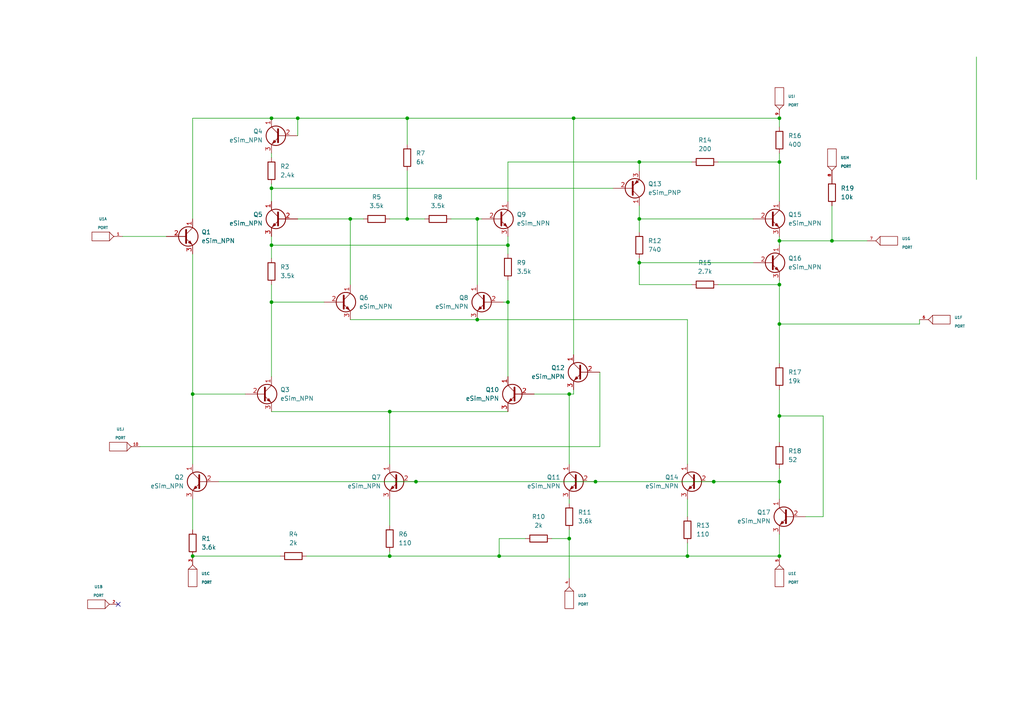
<source format=kicad_sch>
(kicad_sch (version 20211123) (generator eeschema)
  (paper "A4")
  (lib_symbols
    (symbol "eSim_Devices:eSim_NPN" (pin_names (offset 0) hide)
      (property "Reference" "Q" (at -2.54 1.27 0))
      (property "Value" "eSim_NPN" (at -1.27 3.81 0))
      (symbol "eSim_NPN_0_1"
        (polyline (pts (xy 0.635 0.635) (xy 2.54 2.54)))
        (polyline (pts (xy 0.635 -0.635) (xy 2.54 -2.54) (xy 2.54 -2.54)))
        (polyline (pts (xy 0.635 1.905) (xy 0.635 -1.905) (xy 0.635 -1.905)) (stroke (width 0.508)))
        (polyline (pts (xy 1.27 -1.778) (xy 1.778 -1.27) (xy 2.286 -2.286) (xy 1.27 -1.778) (xy 1.27 -1.778)) (fill (type outline)))
        (circle (center 1.27 0) (radius 2.8194) (stroke (width 0.254)))
      )
      (symbol "eSim_NPN_1_1"
        (pin passive line (at 2.54 5.08 270) (length 2.54) (name "C") (number "1"))
        (pin passive line (at -5.08 0 0) (length 5.715) (name "B") (number "2"))
        (pin passive line (at 2.54 -5.08 90) (length 2.54) (name "E") (number "3"))
      )
    )
    (symbol "eSim_Devices:eSim_PNP" (pin_names (offset 0) hide)
      (property "Reference" "Q" (at -2.54 1.27 0))
      (property "Value" "eSim_PNP" (at -1.27 3.81 0))
      (symbol "eSim_PNP_0_1"
        (polyline (pts (xy 0.635 0.635) (xy 2.54 2.54)))
        (polyline (pts (xy 0.635 -0.635) (xy 2.54 -2.54) (xy 2.54 -2.54)))
        (polyline (pts (xy 0.635 1.905) (xy 0.635 -1.905) (xy 0.635 -1.905)) (stroke (width 0.508)))
        (polyline (pts (xy 2.286 -1.778) (xy 1.778 -2.286) (xy 1.27 -1.27) (xy 2.286 -1.778) (xy 2.286 -1.778)) (fill (type outline)))
        (circle (center 1.27 0) (radius 2.8194) (stroke (width 0.254)))
      )
      (symbol "eSim_PNP_1_1"
        (pin passive line (at 2.54 5.08 270) (length 2.54) (name "C") (number "1"))
        (pin passive line (at -5.08 0 0) (length 5.715) (name "B") (number "2"))
        (pin passive line (at 2.54 -5.08 90) (length 2.54) (name "E") (number "3"))
      )
    )
    (symbol "eSim_Devices:resistor" (pin_numbers hide) (pin_names (offset 0))
      (property "Reference" "R" (at 1.27 3.302 0))
      (property "Value" "resistor" (at 1.27 -1.27 0))
      (symbol "resistor_0_1"
        (rectangle (start 3.81 0.254) (end -1.27 2.286) (stroke (width 0.254)))
      )
      (symbol "resistor_1_1"
        (pin passive line (at -2.54 1.27 0) (length 1.27) (name "~") (number "1"))
        (pin passive line (at 5.08 1.27 180) (length 1.27) (name "~") (number "2"))
      )
    )
    (symbol "eSim_Miscellaneous:PORT" (pin_names (offset 1.016))
      (property "Reference" "U" (at 1.27 2.54 0))
      (property "Value" "PORT" (at 0 0 0))
      (symbol "PORT_0_1"
        (rectangle (start -2.54 1.27) (end 2.54 -1.27))
        (arc (start 2.54 1.27) (mid 3.1355 0.5955) (end 3.81 0))
        (arc (start 3.81 0) (mid 3.1447 -0.6046) (end 2.54 -1.27))
      )
      (symbol "PORT_1_1"
        (pin bidirectional line (at 6.35 0 180) (length 2.54) (name "~") (number "1"))
      )
      (symbol "PORT_2_1"
        (pin bidirectional line (at 6.35 0 180) (length 2.54) (name "~") (number "2"))
      )
      (symbol "PORT_3_1"
        (pin bidirectional line (at 6.35 0 180) (length 2.54) (name "~") (number "3"))
      )
      (symbol "PORT_4_1"
        (pin bidirectional line (at 6.35 0 180) (length 2.54) (name "~") (number "4"))
      )
      (symbol "PORT_5_1"
        (pin bidirectional line (at 6.35 0 180) (length 2.54) (name "~") (number "5"))
      )
      (symbol "PORT_6_1"
        (pin bidirectional line (at 6.35 0 180) (length 2.54) (name "~") (number "6"))
      )
      (symbol "PORT_7_1"
        (pin bidirectional line (at 6.35 0 180) (length 2.54) (name "~") (number "7"))
      )
      (symbol "PORT_8_1"
        (pin bidirectional line (at 6.35 0 180) (length 2.54) (name "~") (number "8"))
      )
      (symbol "PORT_9_1"
        (pin bidirectional line (at 6.35 0 180) (length 2.54) (name "~") (number "9"))
      )
      (symbol "PORT_10_1"
        (pin bidirectional line (at 6.35 0 180) (length 2.54) (name "~") (number "10"))
      )
      (symbol "PORT_11_1"
        (pin bidirectional line (at 6.35 0 180) (length 2.54) (name "~") (number "11"))
      )
      (symbol "PORT_12_1"
        (pin bidirectional line (at 6.35 0 180) (length 2.54) (name "~") (number "12"))
      )
      (symbol "PORT_13_1"
        (pin bidirectional line (at 6.35 0 180) (length 2.54) (name "~") (number "13"))
      )
      (symbol "PORT_14_1"
        (pin bidirectional line (at 6.35 0 180) (length 2.54) (name "~") (number "14"))
      )
      (symbol "PORT_15_1"
        (pin bidirectional line (at 6.35 0 180) (length 2.54) (name "~") (number "15"))
      )
      (symbol "PORT_16_1"
        (pin bidirectional line (at 6.35 0 180) (length 2.54) (name "~") (number "16"))
      )
      (symbol "PORT_17_1"
        (pin bidirectional line (at 6.35 0 180) (length 2.54) (name "~") (number "17"))
      )
      (symbol "PORT_18_1"
        (pin bidirectional line (at 6.35 0 180) (length 2.54) (name "~") (number "18"))
      )
      (symbol "PORT_19_1"
        (pin bidirectional line (at 6.35 0 180) (length 2.54) (name "~") (number "19"))
      )
      (symbol "PORT_20_1"
        (pin bidirectional line (at 6.35 0 180) (length 2.54) (name "~") (number "20"))
      )
      (symbol "PORT_21_1"
        (pin bidirectional line (at 6.35 0 180) (length 2.54) (name "~") (number "21"))
      )
      (symbol "PORT_22_1"
        (pin bidirectional line (at 6.35 0 180) (length 2.54) (name "~") (number "22"))
      )
      (symbol "PORT_23_1"
        (pin bidirectional line (at 6.35 0 180) (length 2.54) (name "~") (number "23"))
      )
      (symbol "PORT_24_1"
        (pin bidirectional line (at 6.35 0 180) (length 2.54) (name "~") (number "24"))
      )
      (symbol "PORT_25_1"
        (pin bidirectional line (at 6.35 0 180) (length 2.54) (name "~") (number "25"))
      )
      (symbol "PORT_26_1"
        (pin bidirectional line (at 6.35 0 180) (length 2.54) (name "~") (number "26"))
      )
    )
  )
  (junction (at 78.74 71.12))
  (junction (at 78.74 87.63))
  (junction (at 113.03 119.38))
  (junction (at 55.88 114.3))
  (junction (at 241.3 69.85))
  (junction (at 226.06 46.99))
  (junction (at 226.06 93.98))
  (junction (at 165.1 114.3))
  (junction (at 138.43 63.5))
  (junction (at 147.32 87.63))
  (junction (at 226.06 82.55))
  (junction (at 86.36 34.29))
  (junction (at 78.74 34.29))
  (junction (at 199.39 161.29))
  (junction (at 226.06 69.85))
  (junction (at 226.06 120.65))
  (junction (at 185.42 46.99))
  (junction (at 138.43 92.71))
  (junction (at 144.78 161.29))
  (junction (at 226.06 161.29))
  (junction (at 185.42 76.2))
  (junction (at 165.1 156.21))
  (junction (at 113.03 161.29))
  (junction (at 147.32 71.12))
  (junction (at 118.11 63.5))
  (junction (at 226.06 34.29))
  (junction (at 78.74 54.61))
  (junction (at 55.88 161.29))
  (junction (at 120.65 139.7))
  (junction (at 101.6 63.5))
  (junction (at 207.01 139.7))
  (junction (at 185.42 63.5))
  (junction (at 166.37 34.29))
  (junction (at 172.72 139.7))
  (junction (at 118.11 34.29))
  (junction (at 226.06 139.7))
  (no_connect (at 34.29 175.26))
  (wire (pts (xy 166.37 34.29) (xy 226.06 34.29)))
  (wire (pts (xy 78.74 68.58) (xy 78.74 71.12)))
  (wire (pts (xy 101.6 92.71) (xy 138.43 92.71)))
  (wire (pts (xy 166.37 102.87) (xy 166.37 34.29)))
  (wire (pts (xy 144.78 156.21) (xy 144.78 161.29)))
  (wire (pts (xy 139.7 63.5) (xy 138.43 63.5)))
  (wire (pts (xy 207.01 139.7) (xy 226.06 139.7)))
  (wire (pts (xy 185.42 74.93) (xy 185.42 76.2)))
  (wire (pts (xy 185.42 82.55) (xy 200.66 82.55)))
  (wire (pts (xy 218.44 63.5) (xy 185.42 63.5)))
  (wire (pts (xy 113.03 119.38) (xy 78.74 119.38)))
  (wire (pts (xy 165.1 134.62) (xy 165.1 114.3)))
  (wire (pts (xy 78.74 53.34) (xy 78.74 54.61)))
  (wire (pts (xy 152.4 156.21) (xy 144.78 156.21)))
  (wire (pts (xy 147.32 68.58) (xy 147.32 71.12)))
  (wire (pts (xy 226.06 161.29) (xy 199.39 161.29)))
  (wire (pts (xy 86.36 39.37) (xy 86.36 34.29)))
  (wire (pts (xy 78.74 54.61) (xy 177.8 54.61)))
  (wire (pts (xy 165.1 114.3) (xy 166.37 114.3)))
  (wire (pts (xy 138.43 82.55) (xy 138.43 63.5)))
  (wire (pts (xy 233.68 149.86) (xy 238.76 149.86)))
  (wire (pts (xy 154.94 114.3) (xy 165.1 114.3)))
  (wire (pts (xy 241.3 69.85) (xy 251.46 69.85)))
  (wire (pts (xy 199.39 144.78) (xy 199.39 149.86)))
  (wire (pts (xy 185.42 46.99) (xy 200.66 46.99)))
  (wire (pts (xy 147.32 71.12) (xy 147.32 73.66)))
  (wire (pts (xy 113.03 63.5) (xy 118.11 63.5)))
  (wire (pts (xy 241.3 59.69) (xy 241.3 69.85)))
  (wire (pts (xy 144.78 161.29) (xy 113.03 161.29)))
  (wire (pts (xy 266.7 92.71) (xy 266.7 93.98)))
  (wire (pts (xy 63.5 139.7) (xy 120.65 139.7)))
  (wire (pts (xy 118.11 41.91) (xy 118.11 34.29)))
  (wire (pts (xy 78.74 54.61) (xy 78.74 58.42)))
  (wire (pts (xy 166.37 113.03) (xy 166.37 114.3)))
  (wire (pts (xy 55.88 34.29) (xy 78.74 34.29)))
  (wire (pts (xy 147.32 87.63) (xy 146.05 87.63)))
  (wire (pts (xy 78.74 71.12) (xy 78.74 74.93)))
  (wire (pts (xy 101.6 63.5) (xy 101.6 82.55)))
  (wire (pts (xy 160.02 156.21) (xy 165.1 156.21)))
  (wire (pts (xy 78.74 44.45) (xy 78.74 45.72)))
  (wire (pts (xy 226.06 81.28) (xy 226.06 82.55)))
  (wire (pts (xy 226.06 69.85) (xy 241.3 69.85)))
  (wire (pts (xy 226.06 120.65) (xy 226.06 128.27)))
  (wire (pts (xy 113.03 119.38) (xy 113.03 134.62)))
  (wire (pts (xy 113.03 160.02) (xy 113.03 161.29)))
  (wire (pts (xy 226.06 93.98) (xy 266.7 93.98)))
  (wire (pts (xy 93.98 87.63) (xy 78.74 87.63)))
  (wire (pts (xy 185.42 49.53) (xy 185.42 46.99)))
  (wire (pts (xy 173.99 107.95) (xy 173.99 129.54)))
  (wire (pts (xy 86.36 63.5) (xy 101.6 63.5)))
  (wire (pts (xy 147.32 81.28) (xy 147.32 87.63)))
  (wire (pts (xy 185.42 63.5) (xy 185.42 59.69)))
  (wire (pts (xy 147.32 119.38) (xy 113.03 119.38)))
  (wire (pts (xy 238.76 149.86) (xy 238.76 120.65)))
  (wire (pts (xy 55.88 63.5) (xy 55.88 34.29)))
  (wire (pts (xy 165.1 153.67) (xy 165.1 156.21)))
  (wire (pts (xy 226.06 154.94) (xy 226.06 161.29)))
  (wire (pts (xy 147.32 87.63) (xy 147.32 109.22)))
  (wire (pts (xy 113.03 144.78) (xy 113.03 152.4)))
  (wire (pts (xy 172.72 139.7) (xy 207.01 139.7)))
  (wire (pts (xy 226.06 36.83) (xy 226.06 34.29)))
  (wire (pts (xy 199.39 134.62) (xy 199.39 92.71)))
  (wire (pts (xy 55.88 114.3) (xy 55.88 134.62)))
  (wire (pts (xy 118.11 34.29) (xy 86.36 34.29)))
  (wire (pts (xy 165.1 156.21) (xy 165.1 167.64)))
  (wire (pts (xy 283.21 52.07) (xy 283.21 16.51)))
  (wire (pts (xy 226.06 144.78) (xy 226.06 139.7)))
  (wire (pts (xy 226.06 69.85) (xy 226.06 71.12)))
  (wire (pts (xy 55.88 114.3) (xy 71.12 114.3)))
  (wire (pts (xy 86.36 34.29) (xy 78.74 34.29)))
  (wire (pts (xy 226.06 93.98) (xy 226.06 82.55)))
  (wire (pts (xy 78.74 87.63) (xy 78.74 109.22)))
  (wire (pts (xy 166.37 34.29) (xy 118.11 34.29)))
  (wire (pts (xy 185.42 63.5) (xy 185.42 67.31)))
  (wire (pts (xy 40.64 129.54) (xy 173.99 129.54)))
  (wire (pts (xy 165.1 144.78) (xy 165.1 146.05)))
  (wire (pts (xy 35.56 68.58) (xy 48.26 68.58)))
  (wire (pts (xy 81.28 161.29) (xy 55.88 161.29)))
  (wire (pts (xy 226.06 44.45) (xy 226.06 46.99)))
  (wire (pts (xy 226.06 105.41) (xy 226.06 93.98)))
  (wire (pts (xy 144.78 161.29) (xy 199.39 161.29)))
  (wire (pts (xy 147.32 58.42) (xy 147.32 46.99)))
  (wire (pts (xy 199.39 92.71) (xy 138.43 92.71)))
  (wire (pts (xy 226.06 135.89) (xy 226.06 139.7)))
  (wire (pts (xy 130.81 63.5) (xy 138.43 63.5)))
  (wire (pts (xy 78.74 82.55) (xy 78.74 87.63)))
  (wire (pts (xy 226.06 68.58) (xy 226.06 69.85)))
  (wire (pts (xy 226.06 46.99) (xy 226.06 58.42)))
  (wire (pts (xy 120.65 139.7) (xy 172.72 139.7)))
  (wire (pts (xy 185.42 76.2) (xy 218.44 76.2)))
  (wire (pts (xy 118.11 63.5) (xy 123.19 63.5)))
  (wire (pts (xy 55.88 73.66) (xy 55.88 114.3)))
  (wire (pts (xy 208.28 82.55) (xy 226.06 82.55)))
  (wire (pts (xy 238.76 120.65) (xy 226.06 120.65)))
  (wire (pts (xy 118.11 49.53) (xy 118.11 63.5)))
  (wire (pts (xy 147.32 46.99) (xy 185.42 46.99)))
  (wire (pts (xy 78.74 71.12) (xy 147.32 71.12)))
  (wire (pts (xy 208.28 46.99) (xy 226.06 46.99)))
  (wire (pts (xy 199.39 157.48) (xy 199.39 161.29)))
  (wire (pts (xy 101.6 63.5) (xy 105.41 63.5)))
  (wire (pts (xy 226.06 113.03) (xy 226.06 120.65)))
  (wire (pts (xy 55.88 144.78) (xy 55.88 153.67)))
  (wire (pts (xy 113.03 161.29) (xy 88.9 161.29)))
  (wire (pts (xy 185.42 76.2) (xy 185.42 82.55)))
  (symbol (lib_id "eSim_Devices:eSim_NPN") (at 99.06 87.63 0) (unit 1)
    (property "Reference" "Q6" (at 104.14 86.3599 0) (effects (justify left)))
    (property "Value" "eSim_NPN" (at 104.14 88.8999 0) (effects (justify left)))
  )
  (symbol (lib_id "eSim_Devices:eSim_NPN") (at 168.91 107.95 0) (mirror y) (unit 1)
    (property "Reference" "Q12" (at 163.83 106.6799 0) (effects (justify left)))
    (property "Value" "eSim_NPN" (at 163.83 109.2199 0) (effects (justify left)))
  )
  (symbol (lib_id "eSim_Miscellaneous:PORT") (at 241.3 45.72 270) (unit 8)
    (property "Reference" "U1" (at 243.84 45.72 90) (effects (font (size 0.762 0.762)) (justify left)))
    (property "Value" "PORT" (at 243.84 48.26 90) (effects (font (size 0.762 0.762)) (justify left)))
  )
  (symbol (lib_id "eSim_Devices:resistor") (at 86.36 160.02 180) (unit 1)
    (property "Reference" "R4" (at 85.09 154.94 0))
    (property "Value" "2k" (at 85.09 157.48 0))
  )
  (symbol (lib_id "eSim_Miscellaneous:PORT") (at 29.21 68.58 0) (unit 1)
    (property "Reference" "U1" (at 29.845 63.5 0) (effects (font (size 0.762 0.762))))
    (property "Value" "PORT" (at 29.845 66.04 0) (effects (font (size 0.762 0.762))))
  )
  (symbol (lib_id "eSim_Devices:resistor") (at 114.3 157.48 90) (unit 1)
    (property "Reference" "R6" (at 115.57 154.9399 90) (effects (justify right)))
    (property "Value" "110" (at 115.57 157.4799 90) (effects (justify right)))
  )
  (symbol (lib_id "eSim_Devices:eSim_NPN") (at 81.28 63.5 0) (mirror y) (unit 1)
    (property "Reference" "Q5" (at 76.2 62.2299 0) (effects (justify left)))
    (property "Value" "eSim_NPN" (at 76.2 64.7699 0) (effects (justify left)))
  )
  (symbol (lib_id "eSim_Devices:resistor") (at 242.57 57.15 90) (unit 1)
    (property "Reference" "R19" (at 243.84 54.6099 90) (effects (justify right)))
    (property "Value" "10k" (at 243.84 57.1499 90) (effects (justify right)))
  )
  (symbol (lib_id "eSim_Devices:resistor") (at 128.27 64.77 0) (mirror y) (unit 1)
    (property "Reference" "R8" (at 127 57.15 0))
    (property "Value" "3.5k" (at 127 59.69 0))
  )
  (symbol (lib_id "eSim_Devices:eSim_NPN") (at 149.86 114.3 0) (mirror y) (unit 1)
    (property "Reference" "Q10" (at 144.78 113.0299 0) (effects (justify left)))
    (property "Value" "eSim_NPN" (at 144.78 115.5699 0) (effects (justify left)))
  )
  (symbol (lib_id "eSim_Devices:resistor") (at 80.01 50.8 90) (unit 1)
    (property "Reference" "R2" (at 81.28 48.2599 90) (effects (justify right)))
    (property "Value" "2.4k" (at 81.28 50.7999 90) (effects (justify right)))
  )
  (symbol (lib_id "eSim_Devices:resistor") (at 119.38 46.99 90) (unit 1)
    (property "Reference" "R7" (at 120.65 44.4499 90) (effects (justify right)))
    (property "Value" "6k" (at 120.65 46.9899 90) (effects (justify right)))
  )
  (symbol (lib_id "eSim_Devices:resistor") (at 80.01 80.01 90) (unit 1)
    (property "Reference" "R3" (at 81.28 77.4699 90) (effects (justify right)))
    (property "Value" "3.5k" (at 81.28 80.0099 90) (effects (justify right)))
  )
  (symbol (lib_id "eSim_Devices:resistor") (at 110.49 64.77 0) (mirror y) (unit 1)
    (property "Reference" "R5" (at 109.22 57.15 0))
    (property "Value" "3.5k" (at 109.22 59.69 0))
  )
  (symbol (lib_id "eSim_Devices:eSim_NPN") (at 223.52 76.2 0) (unit 1)
    (property "Reference" "Q16" (at 228.6 74.9299 0) (effects (justify left)))
    (property "Value" "eSim_NPN" (at 228.6 77.4699 0) (effects (justify left)))
  )
  (symbol (lib_id "eSim_Devices:resistor") (at 227.33 133.35 90) (unit 1)
    (property "Reference" "R18" (at 228.6 130.8099 90) (effects (justify right)))
    (property "Value" "52" (at 228.6 133.3499 90) (effects (justify right)))
  )
  (symbol (lib_id "eSim_Miscellaneous:PORT") (at 27.94 175.26 0) (unit 2)
    (property "Reference" "U1" (at 28.575 170.18 0) (effects (font (size 0.762 0.762))))
    (property "Value" "PORT" (at 28.575 172.72 0) (effects (font (size 0.762 0.762))))
  )
  (symbol (lib_id "eSim_Devices:eSim_NPN") (at 53.34 68.58 0) (unit 1)
    (property "Reference" "Q1" (at 58.42 67.3099 0) (effects (justify left)))
    (property "Value" "eSim_NPN" (at 58.42 69.8499 0) (effects (justify left)))
  )
  (symbol (lib_id "eSim_Devices:eSim_NPN") (at 144.78 63.5 0) (unit 1)
    (property "Reference" "Q9" (at 149.86 62.2299 0) (effects (justify left)))
    (property "Value" "eSim_NPN" (at 149.86 64.7699 0) (effects (justify left)))
  )
  (symbol (lib_id "eSim_Devices:resistor") (at 227.33 41.91 90) (unit 1)
    (property "Reference" "R16" (at 228.6 39.3699 90) (effects (justify right)))
    (property "Value" "400" (at 228.6 41.9099 90) (effects (justify right)))
  )
  (symbol (lib_id "eSim_Devices:eSim_NPN") (at 140.97 87.63 0) (mirror y) (unit 1)
    (property "Reference" "Q8" (at 135.89 86.3599 0) (effects (justify left)))
    (property "Value" "eSim_NPN" (at 135.89 88.8999 0) (effects (justify left)))
  )
  (symbol (lib_id "eSim_Miscellaneous:PORT") (at 165.1 173.99 90) (unit 4)
    (property "Reference" "U1" (at 167.64 172.72 90) (effects (font (size 0.762 0.762)) (justify right)))
    (property "Value" "PORT" (at 167.64 175.26 90) (effects (font (size 0.762 0.762)) (justify right)))
  )
  (symbol (lib_id "eSim_Miscellaneous:PORT") (at 34.29 129.54 0) (unit 10)
    (property "Reference" "U1" (at 34.925 124.46 0) (effects (font (size 0.762 0.762))))
    (property "Value" "PORT" (at 34.925 127 0) (effects (font (size 0.762 0.762))))
  )
  (symbol (lib_id "eSim_Devices:resistor") (at 203.2 48.26 0) (unit 1)
    (property "Reference" "R14" (at 204.47 40.64 0))
    (property "Value" "200" (at 204.47 43.18 0))
  )
  (symbol (lib_id "eSim_Devices:eSim_PNP") (at 182.88 54.61 0) (mirror x) (unit 1)
    (property "Reference" "Q13" (at 187.96 53.3399 0) (effects (justify left)))
    (property "Value" "eSim_PNP" (at 187.96 55.8799 0) (effects (justify left)))
  )
  (symbol (lib_id "eSim_Devices:eSim_NPN") (at 115.57 139.7 0) (mirror y) (unit 1)
    (property "Reference" "Q7" (at 110.49 138.4299 0) (effects (justify left)))
    (property "Value" "eSim_NPN" (at 110.49 140.9699 0) (effects (justify left)))
  )
  (symbol (lib_id "eSim_Devices:eSim_NPN") (at 58.42 139.7 0) (mirror y) (unit 1)
    (property "Reference" "Q2" (at 53.34 138.4299 0) (effects (justify left)))
    (property "Value" "eSim_NPN" (at 53.34 140.9699 0) (effects (justify left)))
  )
  (symbol (lib_id "eSim_Devices:resistor") (at 200.66 154.94 90) (unit 1)
    (property "Reference" "R13" (at 201.93 152.3999 90) (effects (justify right)))
    (property "Value" "110" (at 201.93 154.9399 90) (effects (justify right)))
  )
  (symbol (lib_id "eSim_Devices:resistor") (at 163.83 148.59 270) (unit 1)
    (property "Reference" "R11" (at 167.64 148.5899 90) (effects (justify left)))
    (property "Value" "3.6k" (at 167.64 151.1299 90) (effects (justify left)))
  )
  (symbol (lib_id "eSim_Devices:resistor") (at 57.15 158.75 90) (unit 1)
    (property "Reference" "R1" (at 58.42 156.2099 90) (effects (justify right)))
    (property "Value" "3.6k" (at 58.42 158.7499 90) (effects (justify right)))
  )
  (symbol (lib_id "eSim_Miscellaneous:PORT") (at 257.81 69.85 180) (unit 7)
    (property "Reference" "U1" (at 261.62 69.215 0) (effects (font (size 0.762 0.762)) (justify right)))
    (property "Value" "PORT" (at 261.62 71.755 0) (effects (font (size 0.762 0.762)) (justify right)))
  )
  (symbol (lib_id "eSim_Devices:eSim_NPN") (at 223.52 63.5 0) (unit 1)
    (property "Reference" "Q15" (at 228.6 62.2299 0) (effects (justify left)))
    (property "Value" "eSim_NPN" (at 228.6 64.7699 0) (effects (justify left)))
  )
  (symbol (lib_id "eSim_Miscellaneous:PORT") (at 273.05 92.71 180) (unit 6)
    (property "Reference" "U1" (at 276.86 92.075 0) (effects (font (size 0.762 0.762)) (justify right)))
    (property "Value" "PORT" (at 276.86 94.615 0) (effects (font (size 0.762 0.762)) (justify right)))
  )
  (symbol (lib_id "eSim_Devices:eSim_NPN") (at 228.6 149.86 0) (mirror y) (unit 1)
    (property "Reference" "Q17" (at 223.52 148.5899 0) (effects (justify left)))
    (property "Value" "eSim_NPN" (at 223.52 151.1299 0) (effects (justify left)))
  )
  (symbol (lib_id "eSim_Miscellaneous:PORT") (at 226.06 27.94 270) (unit 9)
    (property "Reference" "U1" (at 228.6 27.94 90) (effects (font (size 0.762 0.762)) (justify left)))
    (property "Value" "PORT" (at 228.6 30.48 90) (effects (font (size 0.762 0.762)) (justify left)))
  )
  (symbol (lib_id "eSim_Devices:resistor") (at 184.15 69.85 270) (unit 1)
    (property "Reference" "R12" (at 187.96 69.8499 90) (effects (justify left)))
    (property "Value" "740" (at 187.96 72.3899 90) (effects (justify left)))
  )
  (symbol (lib_id "eSim_Devices:eSim_NPN") (at 167.64 139.7 0) (mirror y) (unit 1)
    (property "Reference" "Q11" (at 162.56 138.4299 0) (effects (justify left)))
    (property "Value" "eSim_NPN" (at 162.56 140.9699 0) (effects (justify left)))
  )
  (symbol (lib_id "eSim_Devices:eSim_NPN") (at 81.28 39.37 0) (mirror y) (unit 1)
    (property "Reference" "Q4" (at 76.2 38.0999 0) (effects (justify left)))
    (property "Value" "eSim_NPN" (at 76.2 40.6399 0) (effects (justify left)))
  )
  (symbol (lib_id "eSim_Devices:resistor") (at 157.48 154.94 180) (unit 1)
    (property "Reference" "R10" (at 156.21 149.86 0))
    (property "Value" "2k" (at 156.21 152.4 0))
  )
  (symbol (lib_id "eSim_Devices:resistor") (at 148.59 78.74 90) (unit 1)
    (property "Reference" "R9" (at 149.86 76.1999 90) (effects (justify right)))
    (property "Value" "3.5k" (at 149.86 78.7399 90) (effects (justify right)))
  )
  (symbol (lib_id "eSim_Devices:resistor") (at 227.33 110.49 90) (unit 1)
    (property "Reference" "R17" (at 228.6 107.9499 90) (effects (justify right)))
    (property "Value" "19k" (at 228.6 110.4899 90) (effects (justify right)))
  )
  (symbol (lib_id "eSim_Devices:eSim_NPN") (at 76.2 114.3 0) (unit 1)
    (property "Reference" "Q3" (at 81.28 113.0299 0) (effects (justify left)))
    (property "Value" "eSim_NPN" (at 81.28 115.5699 0) (effects (justify left)))
  )
  (symbol (lib_id "eSim_Devices:resistor") (at 205.74 81.28 180) (unit 1)
    (property "Reference" "R15" (at 204.47 76.2 0))
    (property "Value" "2.7k" (at 204.47 78.74 0))
  )
  (symbol (lib_id "eSim_Miscellaneous:PORT") (at 226.06 167.64 90) (unit 5)
    (property "Reference" "U1" (at 228.6 166.37 90) (effects (font (size 0.762 0.762)) (justify right)))
    (property "Value" "PORT" (at 228.6 168.91 90) (effects (font (size 0.762 0.762)) (justify right)))
  )
  (symbol (lib_id "eSim_Devices:eSim_NPN") (at 201.93 139.7 0) (mirror y) (unit 1)
    (property "Reference" "Q14" (at 196.85 138.4299 0) (effects (justify left)))
    (property "Value" "eSim_NPN" (at 196.85 140.9699 0) (effects (justify left)))
  )
  (symbol (lib_id "eSim_Miscellaneous:PORT") (at 55.88 167.64 90) (unit 3)
    (property "Reference" "U1" (at 58.42 166.37 90) (effects (font (size 0.762 0.762)) (justify right)))
    (property "Value" "PORT" (at 58.42 168.91 90) (effects (font (size 0.762 0.762)) (justify right)))
  )
)
</source>
